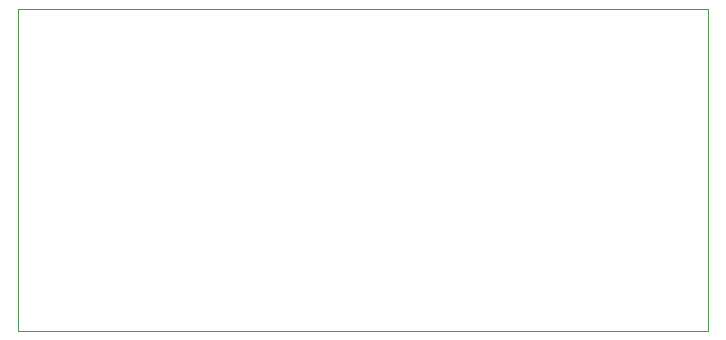
<source format=gbr>
%TF.GenerationSoftware,KiCad,Pcbnew,6.0.9+dfsg-1*%
%TF.CreationDate,2023-02-24T18:39:48-08:00*%
%TF.ProjectId,latency_schematic,6c617465-6e63-4795-9f73-6368656d6174,rev?*%
%TF.SameCoordinates,PX48ab840PY3abdd78*%
%TF.FileFunction,Profile,NP*%
%FSLAX46Y46*%
G04 Gerber Fmt 4.6, Leading zero omitted, Abs format (unit mm)*
G04 Created by KiCad (PCBNEW 6.0.9+dfsg-1) date 2023-02-24 18:39:48*
%MOMM*%
%LPD*%
G01*
G04 APERTURE LIST*
%TA.AperFunction,Profile*%
%ADD10C,0.100000*%
%TD*%
G04 APERTURE END LIST*
D10*
X0Y0D02*
X0Y-27305000D01*
X58420000Y0D02*
X0Y0D01*
X58420000Y-27305000D02*
X58420000Y0D01*
X0Y-27305000D02*
X58420000Y-27305000D01*
M02*

</source>
